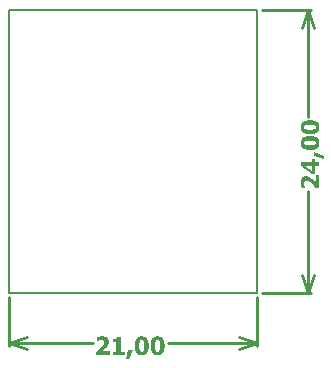
<source format=gm1>
G04*
G04 #@! TF.GenerationSoftware,Altium Limited,Altium Designer,19.1.8 (144)*
G04*
G04 Layer_Color=16711935*
%FSLAX25Y25*%
%MOIN*%
G70*
G01*
G75*
%ADD11C,0.00787*%
%ADD46C,0.01000*%
G36*
X100496Y57614D02*
X100588D01*
X100680Y57606D01*
X100896Y57590D01*
X101121Y57565D01*
X101363Y57531D01*
X101588Y57490D01*
X101596D01*
X101613Y57481D01*
X101646Y57473D01*
X101688Y57465D01*
X101738Y57456D01*
X101796Y57440D01*
X101929Y57390D01*
X102079Y57340D01*
X102246Y57265D01*
X102404Y57190D01*
X102562Y57090D01*
X102571D01*
X102579Y57081D01*
X102629Y57040D01*
X102696Y56981D01*
X102779Y56898D01*
X102879Y56798D01*
X102979Y56673D01*
X103070Y56532D01*
X103154Y56373D01*
Y56365D01*
X103162Y56357D01*
X103170Y56332D01*
X103187Y56298D01*
X103204Y56257D01*
X103220Y56207D01*
X103254Y56073D01*
X103287Y55924D01*
X103320Y55740D01*
X103345Y55532D01*
X103354Y55299D01*
Y55190D01*
X103345Y55141D01*
Y55074D01*
X103329Y54924D01*
X103304Y54757D01*
X103270Y54582D01*
X103220Y54399D01*
X103154Y54224D01*
Y54216D01*
X103146Y54208D01*
X103129Y54183D01*
X103112Y54149D01*
X103070Y54074D01*
X103004Y53966D01*
X102920Y53858D01*
X102812Y53733D01*
X102696Y53616D01*
X102554Y53508D01*
X102546D01*
X102537Y53500D01*
X102512Y53483D01*
X102487Y53466D01*
X102396Y53416D01*
X102287Y53358D01*
X102146Y53291D01*
X101979Y53225D01*
X101788Y53158D01*
X101579Y53108D01*
X101571D01*
X101554Y53100D01*
X101521D01*
X101479Y53091D01*
X101421Y53083D01*
X101355Y53066D01*
X101279Y53058D01*
X101188Y53050D01*
X101096Y53033D01*
X100988Y53025D01*
X100763Y53000D01*
X100505Y52991D01*
X100222Y52983D01*
X100213D01*
X100188D01*
X100147D01*
X100088D01*
X100022D01*
X99938Y52991D01*
X99847D01*
X99747Y53000D01*
X99539Y53008D01*
X99305Y53033D01*
X99080Y53058D01*
X98856Y53100D01*
X98847D01*
X98830Y53108D01*
X98797Y53116D01*
X98764Y53125D01*
X98714Y53141D01*
X98656Y53158D01*
X98522Y53200D01*
X98372Y53258D01*
X98206Y53325D01*
X98039Y53416D01*
X97881Y53516D01*
X97873D01*
X97864Y53533D01*
X97814Y53566D01*
X97748Y53633D01*
X97656Y53716D01*
X97556Y53816D01*
X97456Y53941D01*
X97364Y54083D01*
X97281Y54241D01*
Y54249D01*
X97273Y54258D01*
X97264Y54282D01*
X97248Y54316D01*
X97231Y54366D01*
X97215Y54416D01*
X97181Y54541D01*
X97148Y54691D01*
X97114Y54874D01*
X97089Y55074D01*
X97081Y55299D01*
Y55407D01*
X97089Y55465D01*
Y55524D01*
X97106Y55682D01*
X97131Y55849D01*
X97173Y56032D01*
X97223Y56215D01*
X97290Y56382D01*
Y56390D01*
X97298Y56398D01*
X97314Y56423D01*
X97331Y56457D01*
X97373Y56532D01*
X97439Y56632D01*
X97531Y56748D01*
X97631Y56865D01*
X97756Y56990D01*
X97898Y57098D01*
X97906D01*
X97914Y57106D01*
X97939Y57123D01*
X97973Y57140D01*
X98056Y57190D01*
X98172Y57248D01*
X98314Y57315D01*
X98481Y57381D01*
X98672Y57448D01*
X98880Y57498D01*
X98889D01*
X98905Y57506D01*
X98939D01*
X98980Y57515D01*
X99039Y57531D01*
X99105Y57540D01*
X99180Y57548D01*
X99264Y57565D01*
X99364Y57573D01*
X99464Y57581D01*
X99689Y57606D01*
X99947Y57614D01*
X100222Y57623D01*
X100230D01*
X100255D01*
X100297D01*
X100355D01*
X100422D01*
X100496Y57614D01*
D02*
G37*
G36*
Y52342D02*
X100588D01*
X100680Y52333D01*
X100896Y52317D01*
X101121Y52292D01*
X101363Y52258D01*
X101588Y52217D01*
X101596D01*
X101613Y52208D01*
X101646Y52200D01*
X101688Y52192D01*
X101738Y52183D01*
X101796Y52167D01*
X101929Y52117D01*
X102079Y52067D01*
X102246Y51992D01*
X102404Y51917D01*
X102562Y51817D01*
X102571D01*
X102579Y51809D01*
X102629Y51767D01*
X102696Y51709D01*
X102779Y51625D01*
X102879Y51525D01*
X102979Y51400D01*
X103070Y51259D01*
X103154Y51100D01*
Y51092D01*
X103162Y51084D01*
X103170Y51059D01*
X103187Y51025D01*
X103204Y50984D01*
X103220Y50934D01*
X103254Y50801D01*
X103287Y50651D01*
X103320Y50467D01*
X103345Y50259D01*
X103354Y50026D01*
Y49918D01*
X103345Y49868D01*
Y49801D01*
X103329Y49651D01*
X103304Y49485D01*
X103270Y49310D01*
X103220Y49126D01*
X103154Y48951D01*
Y48943D01*
X103146Y48935D01*
X103129Y48910D01*
X103112Y48876D01*
X103070Y48801D01*
X103004Y48693D01*
X102920Y48585D01*
X102812Y48460D01*
X102696Y48343D01*
X102554Y48235D01*
X102546D01*
X102537Y48227D01*
X102512Y48210D01*
X102487Y48193D01*
X102396Y48143D01*
X102287Y48085D01*
X102146Y48018D01*
X101979Y47952D01*
X101788Y47885D01*
X101579Y47835D01*
X101571D01*
X101554Y47827D01*
X101521D01*
X101479Y47818D01*
X101421Y47810D01*
X101355Y47793D01*
X101279Y47785D01*
X101188Y47777D01*
X101096Y47760D01*
X100988Y47752D01*
X100763Y47727D01*
X100505Y47719D01*
X100222Y47710D01*
X100213D01*
X100188D01*
X100147D01*
X100088D01*
X100022D01*
X99938Y47719D01*
X99847D01*
X99747Y47727D01*
X99539Y47735D01*
X99305Y47760D01*
X99080Y47785D01*
X98856Y47827D01*
X98847D01*
X98830Y47835D01*
X98797Y47844D01*
X98764Y47852D01*
X98714Y47868D01*
X98656Y47885D01*
X98522Y47927D01*
X98372Y47985D01*
X98206Y48052D01*
X98039Y48143D01*
X97881Y48243D01*
X97873D01*
X97864Y48260D01*
X97814Y48293D01*
X97748Y48360D01*
X97656Y48443D01*
X97556Y48543D01*
X97456Y48668D01*
X97364Y48810D01*
X97281Y48968D01*
Y48976D01*
X97273Y48985D01*
X97264Y49010D01*
X97248Y49043D01*
X97231Y49093D01*
X97215Y49143D01*
X97181Y49268D01*
X97148Y49418D01*
X97114Y49601D01*
X97089Y49801D01*
X97081Y50026D01*
Y50134D01*
X97089Y50192D01*
Y50251D01*
X97106Y50409D01*
X97131Y50576D01*
X97173Y50759D01*
X97223Y50942D01*
X97290Y51109D01*
Y51117D01*
X97298Y51126D01*
X97314Y51151D01*
X97331Y51184D01*
X97373Y51259D01*
X97439Y51359D01*
X97531Y51475D01*
X97631Y51592D01*
X97756Y51717D01*
X97898Y51825D01*
X97906D01*
X97914Y51833D01*
X97939Y51850D01*
X97973Y51867D01*
X98056Y51917D01*
X98172Y51975D01*
X98314Y52042D01*
X98481Y52108D01*
X98672Y52175D01*
X98880Y52225D01*
X98889D01*
X98905Y52233D01*
X98939D01*
X98980Y52242D01*
X99039Y52258D01*
X99105Y52267D01*
X99180Y52275D01*
X99264Y52292D01*
X99364Y52300D01*
X99464Y52308D01*
X99689Y52333D01*
X99947Y52342D01*
X100222Y52350D01*
X100230D01*
X100255D01*
X100297D01*
X100355D01*
X100422D01*
X100496Y52342D01*
D02*
G37*
G36*
X104720Y45644D02*
Y44786D01*
X101638Y45578D01*
Y47060D01*
X104720Y45644D01*
D02*
G37*
G36*
X101829Y43820D02*
X103245D01*
Y42354D01*
X101829D01*
Y39713D01*
X100713D01*
X97206Y42304D01*
Y43820D01*
X100746D01*
Y44636D01*
X101829D01*
Y43820D01*
D02*
G37*
G36*
X103229Y34865D02*
X102254D01*
X102246Y34874D01*
X102237Y34890D01*
X102213Y34924D01*
X102179Y34957D01*
X102137Y35007D01*
X102087Y35065D01*
X101979Y35199D01*
X101854Y35357D01*
X101713Y35523D01*
X101563Y35698D01*
X101413Y35873D01*
X101405Y35882D01*
X101396Y35890D01*
X101371Y35915D01*
X101346Y35948D01*
X101271Y36031D01*
X101171Y36140D01*
X101055Y36265D01*
X100921Y36398D01*
X100788Y36531D01*
X100655Y36665D01*
X100646Y36673D01*
X100630Y36681D01*
X100613Y36706D01*
X100580Y36740D01*
X100488Y36814D01*
X100380Y36915D01*
X100247Y37014D01*
X100113Y37123D01*
X99972Y37223D01*
X99838Y37306D01*
X99822Y37314D01*
X99780Y37339D01*
X99705Y37373D01*
X99613Y37406D01*
X99505Y37439D01*
X99389Y37473D01*
X99255Y37498D01*
X99114Y37506D01*
X99105D01*
X99097D01*
X99047D01*
X98964Y37489D01*
X98872Y37473D01*
X98772Y37439D01*
X98664Y37398D01*
X98556Y37331D01*
X98464Y37248D01*
X98456Y37239D01*
X98431Y37206D01*
X98389Y37148D01*
X98347Y37064D01*
X98314Y36964D01*
X98272Y36848D01*
X98247Y36706D01*
X98239Y36548D01*
Y36465D01*
X98247Y36406D01*
X98256Y36340D01*
X98264Y36273D01*
X98297Y36115D01*
Y36107D01*
X98306Y36081D01*
X98322Y36040D01*
X98339Y35982D01*
X98356Y35923D01*
X98389Y35848D01*
X98447Y35698D01*
Y35690D01*
X98464Y35665D01*
X98481Y35623D01*
X98506Y35573D01*
X98564Y35457D01*
X98639Y35340D01*
Y35332D01*
X98656Y35315D01*
X98689Y35265D01*
X98731Y35190D01*
X98772Y35132D01*
Y35015D01*
X97464D01*
X97456Y35024D01*
X97439Y35065D01*
X97414Y35124D01*
X97389Y35207D01*
X97348Y35315D01*
X97306Y35457D01*
X97264Y35615D01*
X97215Y35807D01*
Y35815D01*
X97206Y35832D01*
X97198Y35857D01*
X97189Y35898D01*
X97181Y35948D01*
X97173Y36007D01*
X97148Y36140D01*
X97123Y36298D01*
X97098Y36473D01*
X97089Y36656D01*
X97081Y36848D01*
Y36948D01*
X97089Y37023D01*
X97098Y37114D01*
X97106Y37214D01*
X97123Y37331D01*
X97140Y37456D01*
X97198Y37714D01*
X97240Y37856D01*
X97281Y37989D01*
X97339Y38122D01*
X97406Y38247D01*
X97481Y38364D01*
X97564Y38472D01*
X97573Y38480D01*
X97589Y38497D01*
X97614Y38522D01*
X97648Y38564D01*
X97698Y38605D01*
X97756Y38647D01*
X97831Y38697D01*
X97906Y38755D01*
X97997Y38805D01*
X98097Y38855D01*
X98214Y38897D01*
X98331Y38947D01*
X98456Y38980D01*
X98597Y39005D01*
X98747Y39022D01*
X98905Y39030D01*
X98914D01*
X98931D01*
X98956D01*
X98997D01*
X99047Y39022D01*
X99105Y39014D01*
X99239Y38997D01*
X99405Y38964D01*
X99580Y38922D01*
X99772Y38855D01*
X99963Y38772D01*
X99972D01*
X99988Y38764D01*
X100013Y38747D01*
X100055Y38722D01*
X100097Y38697D01*
X100155Y38664D01*
X100288Y38572D01*
X100455Y38456D01*
X100638Y38314D01*
X100838Y38139D01*
X101055Y37939D01*
X101071Y37922D01*
X101113Y37881D01*
X101188Y37806D01*
X101271Y37714D01*
X101371Y37606D01*
X101479Y37489D01*
X101704Y37231D01*
X101713Y37214D01*
X101746Y37173D01*
X101796Y37114D01*
X101854Y37039D01*
X101988Y36873D01*
X102046Y36798D01*
X102096Y36731D01*
Y39297D01*
X103229D01*
Y34865D01*
D02*
G37*
G36*
X37148Y-19502D02*
X38389D01*
Y-20552D01*
X34416D01*
Y-19502D01*
X35682D01*
Y-16320D01*
X34416D01*
Y-15337D01*
X34516D01*
X34591Y-15329D01*
X34674D01*
X34766Y-15320D01*
X34966Y-15304D01*
X34974D01*
X35016Y-15295D01*
X35066Y-15287D01*
X35124Y-15279D01*
X35266Y-15237D01*
X35341Y-15212D01*
X35407Y-15187D01*
X35416Y-15179D01*
X35440Y-15170D01*
X35474Y-15145D01*
X35515Y-15120D01*
X35616Y-15037D01*
X35707Y-14929D01*
X35715Y-14920D01*
X35724Y-14896D01*
X35740Y-14862D01*
X35765Y-14812D01*
X35782Y-14754D01*
X35799Y-14679D01*
X35815Y-14604D01*
X35824Y-14512D01*
X37148D01*
Y-19502D01*
D02*
G37*
G36*
X31117Y-14412D02*
X31209Y-14421D01*
X31309Y-14429D01*
X31425Y-14446D01*
X31550Y-14462D01*
X31809Y-14521D01*
X31950Y-14562D01*
X32084Y-14604D01*
X32217Y-14662D01*
X32342Y-14729D01*
X32458Y-14804D01*
X32567Y-14887D01*
X32575Y-14896D01*
X32592Y-14912D01*
X32617Y-14937D01*
X32658Y-14970D01*
X32700Y-15021D01*
X32742Y-15079D01*
X32792Y-15154D01*
X32850Y-15229D01*
X32900Y-15320D01*
X32950Y-15420D01*
X32991Y-15537D01*
X33042Y-15653D01*
X33075Y-15778D01*
X33100Y-15920D01*
X33116Y-16070D01*
X33125Y-16228D01*
Y-16237D01*
Y-16253D01*
Y-16278D01*
Y-16320D01*
X33116Y-16370D01*
X33108Y-16428D01*
X33092Y-16562D01*
X33058Y-16728D01*
X33016Y-16903D01*
X32950Y-17095D01*
X32867Y-17286D01*
Y-17295D01*
X32858Y-17311D01*
X32842Y-17336D01*
X32817Y-17378D01*
X32792Y-17420D01*
X32758Y-17478D01*
X32667Y-17611D01*
X32550Y-17778D01*
X32408Y-17961D01*
X32234Y-18161D01*
X32034Y-18377D01*
X32017Y-18394D01*
X31975Y-18436D01*
X31900Y-18511D01*
X31809Y-18594D01*
X31700Y-18694D01*
X31584Y-18802D01*
X31326Y-19027D01*
X31309Y-19036D01*
X31267Y-19069D01*
X31209Y-19119D01*
X31134Y-19177D01*
X30967Y-19310D01*
X30892Y-19369D01*
X30826Y-19419D01*
X33391D01*
Y-20552D01*
X28960D01*
Y-19577D01*
X28968Y-19569D01*
X28985Y-19560D01*
X29018Y-19535D01*
X29051Y-19502D01*
X29101Y-19460D01*
X29160Y-19410D01*
X29293Y-19302D01*
X29451Y-19177D01*
X29618Y-19036D01*
X29793Y-18886D01*
X29968Y-18736D01*
X29976Y-18727D01*
X29984Y-18719D01*
X30009Y-18694D01*
X30043Y-18669D01*
X30126Y-18594D01*
X30234Y-18494D01*
X30359Y-18377D01*
X30492Y-18244D01*
X30626Y-18111D01*
X30759Y-17978D01*
X30767Y-17969D01*
X30776Y-17953D01*
X30801Y-17936D01*
X30834Y-17903D01*
X30909Y-17811D01*
X31009Y-17703D01*
X31109Y-17569D01*
X31217Y-17436D01*
X31317Y-17295D01*
X31400Y-17161D01*
X31409Y-17145D01*
X31434Y-17103D01*
X31467Y-17028D01*
X31501Y-16936D01*
X31534Y-16828D01*
X31567Y-16711D01*
X31592Y-16578D01*
X31600Y-16437D01*
Y-16428D01*
Y-16420D01*
Y-16370D01*
X31584Y-16287D01*
X31567Y-16195D01*
X31534Y-16095D01*
X31492Y-15987D01*
X31425Y-15879D01*
X31342Y-15787D01*
X31334Y-15778D01*
X31301Y-15754D01*
X31242Y-15712D01*
X31159Y-15670D01*
X31059Y-15637D01*
X30942Y-15595D01*
X30801Y-15570D01*
X30643Y-15562D01*
X30559D01*
X30501Y-15570D01*
X30434Y-15579D01*
X30368Y-15587D01*
X30209Y-15620D01*
X30201D01*
X30176Y-15629D01*
X30134Y-15645D01*
X30076Y-15662D01*
X30018Y-15678D01*
X29943Y-15712D01*
X29793Y-15770D01*
X29785D01*
X29759Y-15787D01*
X29718Y-15803D01*
X29668Y-15829D01*
X29551Y-15887D01*
X29435Y-15962D01*
X29426D01*
X29410Y-15978D01*
X29360Y-16012D01*
X29285Y-16053D01*
X29226Y-16095D01*
X29110D01*
Y-14787D01*
X29118Y-14779D01*
X29160Y-14762D01*
X29218Y-14737D01*
X29301Y-14712D01*
X29410Y-14671D01*
X29551Y-14629D01*
X29710Y-14587D01*
X29901Y-14537D01*
X29909D01*
X29926Y-14529D01*
X29951Y-14521D01*
X29993Y-14512D01*
X30043Y-14504D01*
X30101Y-14496D01*
X30234Y-14471D01*
X30393Y-14446D01*
X30567Y-14421D01*
X30751Y-14412D01*
X30942Y-14404D01*
X31042D01*
X31117Y-14412D01*
D02*
G37*
G36*
X49560D02*
X49618D01*
X49777Y-14429D01*
X49943Y-14454D01*
X50126Y-14496D01*
X50310Y-14546D01*
X50476Y-14612D01*
X50485D01*
X50493Y-14621D01*
X50518Y-14637D01*
X50551Y-14654D01*
X50626Y-14696D01*
X50726Y-14762D01*
X50843Y-14854D01*
X50959Y-14954D01*
X51084Y-15079D01*
X51193Y-15220D01*
Y-15229D01*
X51201Y-15237D01*
X51218Y-15262D01*
X51234Y-15295D01*
X51284Y-15379D01*
X51342Y-15495D01*
X51409Y-15637D01*
X51476Y-15803D01*
X51542Y-15995D01*
X51592Y-16203D01*
Y-16212D01*
X51601Y-16228D01*
Y-16262D01*
X51609Y-16303D01*
X51626Y-16362D01*
X51634Y-16428D01*
X51642Y-16503D01*
X51659Y-16587D01*
X51667Y-16687D01*
X51676Y-16786D01*
X51701Y-17011D01*
X51709Y-17270D01*
X51717Y-17545D01*
Y-17553D01*
Y-17578D01*
Y-17619D01*
Y-17678D01*
Y-17744D01*
X51709Y-17819D01*
Y-17911D01*
X51701Y-18003D01*
X51684Y-18219D01*
X51659Y-18444D01*
X51626Y-18686D01*
X51584Y-18911D01*
Y-18919D01*
X51576Y-18936D01*
X51567Y-18969D01*
X51559Y-19011D01*
X51551Y-19060D01*
X51534Y-19119D01*
X51484Y-19252D01*
X51434Y-19402D01*
X51359Y-19569D01*
X51284Y-19727D01*
X51184Y-19885D01*
Y-19894D01*
X51176Y-19902D01*
X51134Y-19952D01*
X51076Y-20019D01*
X50993Y-20102D01*
X50893Y-20202D01*
X50768Y-20302D01*
X50626Y-20393D01*
X50468Y-20477D01*
X50459D01*
X50451Y-20485D01*
X50426Y-20493D01*
X50393Y-20510D01*
X50351Y-20527D01*
X50301Y-20543D01*
X50168Y-20577D01*
X50018Y-20610D01*
X49835Y-20643D01*
X49626Y-20668D01*
X49393Y-20676D01*
X49285D01*
X49235Y-20668D01*
X49168D01*
X49018Y-20651D01*
X48852Y-20627D01*
X48677Y-20593D01*
X48494Y-20543D01*
X48319Y-20477D01*
X48310D01*
X48302Y-20468D01*
X48277Y-20452D01*
X48244Y-20435D01*
X48169Y-20393D01*
X48061Y-20327D01*
X47952Y-20243D01*
X47827Y-20135D01*
X47711Y-20019D01*
X47602Y-19877D01*
Y-19869D01*
X47594Y-19860D01*
X47577Y-19835D01*
X47561Y-19810D01*
X47511Y-19719D01*
X47452Y-19610D01*
X47386Y-19469D01*
X47319Y-19302D01*
X47253Y-19110D01*
X47203Y-18902D01*
Y-18894D01*
X47194Y-18877D01*
Y-18844D01*
X47186Y-18802D01*
X47177Y-18744D01*
X47161Y-18677D01*
X47153Y-18602D01*
X47144Y-18511D01*
X47128Y-18419D01*
X47119Y-18311D01*
X47094Y-18086D01*
X47086Y-17828D01*
X47078Y-17545D01*
Y-17536D01*
Y-17511D01*
Y-17470D01*
Y-17411D01*
Y-17345D01*
X47086Y-17261D01*
Y-17170D01*
X47094Y-17070D01*
X47102Y-16861D01*
X47128Y-16628D01*
X47153Y-16403D01*
X47194Y-16178D01*
Y-16170D01*
X47203Y-16153D01*
X47211Y-16120D01*
X47219Y-16087D01*
X47236Y-16037D01*
X47253Y-15978D01*
X47294Y-15845D01*
X47352Y-15695D01*
X47419Y-15529D01*
X47511Y-15362D01*
X47611Y-15204D01*
Y-15195D01*
X47627Y-15187D01*
X47661Y-15137D01*
X47727Y-15070D01*
X47811Y-14979D01*
X47911Y-14879D01*
X48035Y-14779D01*
X48177Y-14687D01*
X48335Y-14604D01*
X48344D01*
X48352Y-14596D01*
X48377Y-14587D01*
X48410Y-14571D01*
X48460Y-14554D01*
X48510Y-14537D01*
X48635Y-14504D01*
X48785Y-14471D01*
X48968Y-14437D01*
X49168Y-14412D01*
X49393Y-14404D01*
X49502D01*
X49560Y-14412D01*
D02*
G37*
G36*
X44287D02*
X44345D01*
X44504Y-14429D01*
X44670Y-14454D01*
X44853Y-14496D01*
X45037Y-14546D01*
X45203Y-14612D01*
X45212D01*
X45220Y-14621D01*
X45245Y-14637D01*
X45278Y-14654D01*
X45353Y-14696D01*
X45453Y-14762D01*
X45570Y-14854D01*
X45686Y-14954D01*
X45811Y-15079D01*
X45920Y-15220D01*
Y-15229D01*
X45928Y-15237D01*
X45945Y-15262D01*
X45961Y-15295D01*
X46011Y-15379D01*
X46070Y-15495D01*
X46136Y-15637D01*
X46203Y-15803D01*
X46270Y-15995D01*
X46319Y-16203D01*
Y-16212D01*
X46328Y-16228D01*
Y-16262D01*
X46336Y-16303D01*
X46353Y-16362D01*
X46361Y-16428D01*
X46369Y-16503D01*
X46386Y-16587D01*
X46395Y-16687D01*
X46403Y-16786D01*
X46428Y-17011D01*
X46436Y-17270D01*
X46444Y-17545D01*
Y-17553D01*
Y-17578D01*
Y-17619D01*
Y-17678D01*
Y-17744D01*
X46436Y-17819D01*
Y-17911D01*
X46428Y-18003D01*
X46411Y-18219D01*
X46386Y-18444D01*
X46353Y-18686D01*
X46311Y-18911D01*
Y-18919D01*
X46303Y-18936D01*
X46295Y-18969D01*
X46286Y-19011D01*
X46278Y-19060D01*
X46261Y-19119D01*
X46211Y-19252D01*
X46161Y-19402D01*
X46086Y-19569D01*
X46011Y-19727D01*
X45911Y-19885D01*
Y-19894D01*
X45903Y-19902D01*
X45861Y-19952D01*
X45803Y-20019D01*
X45720Y-20102D01*
X45620Y-20202D01*
X45495Y-20302D01*
X45353Y-20393D01*
X45195Y-20477D01*
X45187D01*
X45178Y-20485D01*
X45153Y-20493D01*
X45120Y-20510D01*
X45078Y-20527D01*
X45028Y-20543D01*
X44895Y-20577D01*
X44745Y-20610D01*
X44562Y-20643D01*
X44354Y-20668D01*
X44120Y-20676D01*
X44012D01*
X43962Y-20668D01*
X43896D01*
X43745Y-20651D01*
X43579Y-20627D01*
X43404Y-20593D01*
X43221Y-20543D01*
X43046Y-20477D01*
X43038D01*
X43029Y-20468D01*
X43004Y-20452D01*
X42971Y-20435D01*
X42896Y-20393D01*
X42788Y-20327D01*
X42679Y-20243D01*
X42554Y-20135D01*
X42438Y-20019D01*
X42329Y-19877D01*
Y-19869D01*
X42321Y-19860D01*
X42305Y-19835D01*
X42288Y-19810D01*
X42238Y-19719D01*
X42180Y-19610D01*
X42113Y-19469D01*
X42046Y-19302D01*
X41980Y-19110D01*
X41930Y-18902D01*
Y-18894D01*
X41921Y-18877D01*
Y-18844D01*
X41913Y-18802D01*
X41905Y-18744D01*
X41888Y-18677D01*
X41880Y-18602D01*
X41871Y-18511D01*
X41855Y-18419D01*
X41846Y-18311D01*
X41821Y-18086D01*
X41813Y-17828D01*
X41805Y-17545D01*
Y-17536D01*
Y-17511D01*
Y-17470D01*
Y-17411D01*
Y-17345D01*
X41813Y-17261D01*
Y-17170D01*
X41821Y-17070D01*
X41830Y-16861D01*
X41855Y-16628D01*
X41880Y-16403D01*
X41921Y-16178D01*
Y-16170D01*
X41930Y-16153D01*
X41938Y-16120D01*
X41946Y-16087D01*
X41963Y-16037D01*
X41980Y-15978D01*
X42021Y-15845D01*
X42080Y-15695D01*
X42146Y-15529D01*
X42238Y-15362D01*
X42338Y-15204D01*
Y-15195D01*
X42354Y-15187D01*
X42388Y-15137D01*
X42454Y-15070D01*
X42538Y-14979D01*
X42638Y-14879D01*
X42763Y-14779D01*
X42904Y-14687D01*
X43062Y-14604D01*
X43071D01*
X43079Y-14596D01*
X43104Y-14587D01*
X43137Y-14571D01*
X43187Y-14554D01*
X43237Y-14537D01*
X43362Y-14504D01*
X43512Y-14471D01*
X43696Y-14437D01*
X43896Y-14412D01*
X44120Y-14404D01*
X44229D01*
X44287Y-14412D01*
D02*
G37*
G36*
X39739Y-22043D02*
X38881D01*
X39672Y-18961D01*
X41155D01*
X39739Y-22043D01*
D02*
G37*
%LPC*%
G36*
X100422Y56107D02*
X100222D01*
X100205D01*
X100172D01*
X100113D01*
X100038D01*
X99947Y56099D01*
X99838D01*
X99730Y56090D01*
X99605Y56082D01*
X99339Y56057D01*
X99080Y56024D01*
X98956Y56007D01*
X98847Y55982D01*
X98739Y55949D01*
X98647Y55915D01*
X98639D01*
X98631Y55907D01*
X98572Y55882D01*
X98506Y55832D01*
X98414Y55774D01*
X98331Y55682D01*
X98264Y55582D01*
X98206Y55449D01*
X98197Y55374D01*
X98189Y55299D01*
Y55282D01*
X98197Y55232D01*
X98214Y55149D01*
X98247Y55057D01*
X98297Y54957D01*
X98381Y54857D01*
X98431Y54807D01*
X98497Y54766D01*
X98564Y54716D01*
X98647Y54682D01*
X98656D01*
X98672Y54674D01*
X98697Y54666D01*
X98739Y54657D01*
X98789Y54641D01*
X98847Y54624D01*
X98922Y54607D01*
X99014Y54591D01*
X99114Y54574D01*
X99230Y54557D01*
X99355Y54541D01*
X99497Y54524D01*
X99655Y54516D01*
X99830Y54507D01*
X100022Y54499D01*
X100222D01*
X100230D01*
X100272D01*
X100330D01*
X100405D01*
X100488Y54507D01*
X100596D01*
X100713Y54516D01*
X100830Y54524D01*
X101088Y54541D01*
X101346Y54574D01*
X101471Y54599D01*
X101588Y54624D01*
X101696Y54649D01*
X101788Y54682D01*
X101796D01*
X101804Y54691D01*
X101863Y54716D01*
X101929Y54766D01*
X102013Y54832D01*
X102104Y54916D01*
X102171Y55024D01*
X102229Y55149D01*
X102237Y55224D01*
X102246Y55299D01*
Y55316D01*
X102237Y55374D01*
X102221Y55449D01*
X102188Y55540D01*
X102137Y55640D01*
X102054Y55740D01*
X101996Y55790D01*
X101938Y55840D01*
X101871Y55882D01*
X101788Y55915D01*
X101779D01*
X101763Y55924D01*
X101738Y55932D01*
X101696Y55949D01*
X101646Y55957D01*
X101588Y55974D01*
X101504Y55990D01*
X101421Y56015D01*
X101321Y56032D01*
X101205Y56049D01*
X101080Y56065D01*
X100930Y56073D01*
X100780Y56090D01*
X100605Y56099D01*
X100422Y56107D01*
D02*
G37*
G36*
Y50834D02*
X100222D01*
X100205D01*
X100172D01*
X100113D01*
X100038D01*
X99947Y50826D01*
X99838D01*
X99730Y50817D01*
X99605Y50809D01*
X99339Y50784D01*
X99080Y50751D01*
X98956Y50734D01*
X98847Y50709D01*
X98739Y50676D01*
X98647Y50642D01*
X98639D01*
X98631Y50634D01*
X98572Y50609D01*
X98506Y50559D01*
X98414Y50501D01*
X98331Y50409D01*
X98264Y50309D01*
X98206Y50176D01*
X98197Y50101D01*
X98189Y50026D01*
Y50009D01*
X98197Y49959D01*
X98214Y49876D01*
X98247Y49784D01*
X98297Y49684D01*
X98381Y49584D01*
X98431Y49534D01*
X98497Y49493D01*
X98564Y49443D01*
X98647Y49409D01*
X98656D01*
X98672Y49401D01*
X98697Y49393D01*
X98739Y49384D01*
X98789Y49368D01*
X98847Y49351D01*
X98922Y49334D01*
X99014Y49318D01*
X99114Y49301D01*
X99230Y49284D01*
X99355Y49268D01*
X99497Y49251D01*
X99655Y49243D01*
X99830Y49235D01*
X100022Y49226D01*
X100222D01*
X100230D01*
X100272D01*
X100330D01*
X100405D01*
X100488Y49235D01*
X100596D01*
X100713Y49243D01*
X100830Y49251D01*
X101088Y49268D01*
X101346Y49301D01*
X101471Y49326D01*
X101588Y49351D01*
X101696Y49376D01*
X101788Y49409D01*
X101796D01*
X101804Y49418D01*
X101863Y49443D01*
X101929Y49493D01*
X102013Y49559D01*
X102104Y49643D01*
X102171Y49751D01*
X102229Y49876D01*
X102237Y49951D01*
X102246Y50026D01*
Y50043D01*
X102237Y50101D01*
X102221Y50176D01*
X102188Y50267D01*
X102137Y50367D01*
X102054Y50467D01*
X101996Y50517D01*
X101938Y50567D01*
X101871Y50609D01*
X101788Y50642D01*
X101779D01*
X101763Y50651D01*
X101738Y50659D01*
X101696Y50676D01*
X101646Y50684D01*
X101588Y50701D01*
X101504Y50717D01*
X101421Y50742D01*
X101321Y50759D01*
X101205Y50776D01*
X101080Y50792D01*
X100930Y50801D01*
X100780Y50817D01*
X100605Y50826D01*
X100422Y50834D01*
D02*
G37*
G36*
X100746Y42354D02*
X98697D01*
X100746Y40830D01*
Y42354D01*
D02*
G37*
G36*
X49393Y-15512D02*
X49377D01*
X49327Y-15520D01*
X49243Y-15537D01*
X49152Y-15570D01*
X49052Y-15620D01*
X48952Y-15703D01*
X48902Y-15754D01*
X48860Y-15820D01*
X48810Y-15887D01*
X48777Y-15970D01*
Y-15978D01*
X48768Y-15995D01*
X48760Y-16020D01*
X48752Y-16062D01*
X48735Y-16112D01*
X48719Y-16170D01*
X48702Y-16245D01*
X48685Y-16337D01*
X48669Y-16437D01*
X48652Y-16553D01*
X48635Y-16678D01*
X48619Y-16820D01*
X48610Y-16978D01*
X48602Y-17153D01*
X48594Y-17345D01*
Y-17545D01*
Y-17553D01*
Y-17594D01*
Y-17653D01*
Y-17728D01*
X48602Y-17811D01*
Y-17919D01*
X48610Y-18036D01*
X48619Y-18153D01*
X48635Y-18411D01*
X48669Y-18669D01*
X48694Y-18794D01*
X48719Y-18911D01*
X48744Y-19019D01*
X48777Y-19110D01*
Y-19119D01*
X48785Y-19127D01*
X48810Y-19185D01*
X48860Y-19252D01*
X48927Y-19335D01*
X49010Y-19427D01*
X49118Y-19494D01*
X49243Y-19552D01*
X49318Y-19560D01*
X49393Y-19569D01*
X49410D01*
X49468Y-19560D01*
X49543Y-19544D01*
X49635Y-19510D01*
X49735Y-19460D01*
X49835Y-19377D01*
X49885Y-19319D01*
X49935Y-19260D01*
X49976Y-19194D01*
X50010Y-19110D01*
Y-19102D01*
X50018Y-19085D01*
X50026Y-19060D01*
X50043Y-19019D01*
X50051Y-18969D01*
X50068Y-18911D01*
X50085Y-18827D01*
X50110Y-18744D01*
X50126Y-18644D01*
X50143Y-18527D01*
X50160Y-18402D01*
X50168Y-18252D01*
X50185Y-18103D01*
X50193Y-17928D01*
X50201Y-17744D01*
Y-17545D01*
Y-17528D01*
Y-17494D01*
Y-17436D01*
Y-17361D01*
X50193Y-17270D01*
Y-17161D01*
X50185Y-17053D01*
X50176Y-16928D01*
X50151Y-16661D01*
X50118Y-16403D01*
X50101Y-16278D01*
X50076Y-16170D01*
X50043Y-16062D01*
X50010Y-15970D01*
Y-15962D01*
X50001Y-15953D01*
X49976Y-15895D01*
X49926Y-15829D01*
X49868Y-15737D01*
X49777Y-15653D01*
X49676Y-15587D01*
X49543Y-15529D01*
X49468Y-15520D01*
X49393Y-15512D01*
D02*
G37*
G36*
X44120D02*
X44104D01*
X44054Y-15520D01*
X43971Y-15537D01*
X43879Y-15570D01*
X43779Y-15620D01*
X43679Y-15703D01*
X43629Y-15754D01*
X43587Y-15820D01*
X43537Y-15887D01*
X43504Y-15970D01*
Y-15978D01*
X43496Y-15995D01*
X43487Y-16020D01*
X43479Y-16062D01*
X43462Y-16112D01*
X43446Y-16170D01*
X43429Y-16245D01*
X43412Y-16337D01*
X43396Y-16437D01*
X43379Y-16553D01*
X43362Y-16678D01*
X43346Y-16820D01*
X43337Y-16978D01*
X43329Y-17153D01*
X43321Y-17345D01*
Y-17545D01*
Y-17553D01*
Y-17594D01*
Y-17653D01*
Y-17728D01*
X43329Y-17811D01*
Y-17919D01*
X43337Y-18036D01*
X43346Y-18153D01*
X43362Y-18411D01*
X43396Y-18669D01*
X43421Y-18794D01*
X43446Y-18911D01*
X43471Y-19019D01*
X43504Y-19110D01*
Y-19119D01*
X43512Y-19127D01*
X43537Y-19185D01*
X43587Y-19252D01*
X43654Y-19335D01*
X43737Y-19427D01*
X43845Y-19494D01*
X43971Y-19552D01*
X44045Y-19560D01*
X44120Y-19569D01*
X44137D01*
X44195Y-19560D01*
X44270Y-19544D01*
X44362Y-19510D01*
X44462Y-19460D01*
X44562Y-19377D01*
X44612Y-19319D01*
X44662Y-19260D01*
X44704Y-19194D01*
X44737Y-19110D01*
Y-19102D01*
X44745Y-19085D01*
X44754Y-19060D01*
X44770Y-19019D01*
X44778Y-18969D01*
X44795Y-18911D01*
X44812Y-18827D01*
X44837Y-18744D01*
X44853Y-18644D01*
X44870Y-18527D01*
X44887Y-18402D01*
X44895Y-18252D01*
X44912Y-18103D01*
X44920Y-17928D01*
X44928Y-17744D01*
Y-17545D01*
Y-17528D01*
Y-17494D01*
Y-17436D01*
Y-17361D01*
X44920Y-17270D01*
Y-17161D01*
X44912Y-17053D01*
X44903Y-16928D01*
X44878Y-16661D01*
X44845Y-16403D01*
X44828Y-16278D01*
X44804Y-16170D01*
X44770Y-16062D01*
X44737Y-15970D01*
Y-15962D01*
X44728Y-15953D01*
X44704Y-15895D01*
X44653Y-15829D01*
X44595Y-15737D01*
X44504Y-15653D01*
X44404Y-15587D01*
X44270Y-15529D01*
X44195Y-15520D01*
X44120Y-15512D01*
D02*
G37*
%LPD*%
D11*
X0Y94488D02*
X82677D01*
Y0D02*
Y94488D01*
X0Y0D02*
X82677D01*
X0D02*
Y94488D01*
D46*
X97409Y6000D02*
X99410Y0D01*
X101409Y6000D01*
X99410Y94488D02*
X101409Y88488D01*
X97409D02*
X99410Y94488D01*
Y0D02*
Y33865D01*
Y58623D02*
Y94488D01*
X84071Y0D02*
X100409D01*
X84071Y94488D02*
X100409D01*
X0Y-16732D02*
X6000Y-14732D01*
X0Y-16732D02*
X6000Y-18732D01*
X76677D02*
X82677Y-16732D01*
X76677Y-14732D02*
X82677Y-16732D01*
X0D02*
X27960D01*
X52717D02*
X82677D01*
X0Y-17732D02*
Y-1394D01*
X82677Y-17732D02*
Y-1394D01*
M02*

</source>
